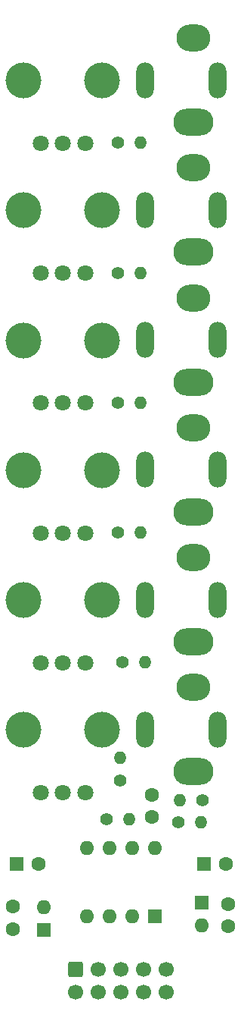
<source format=gts>
%TF.GenerationSoftware,KiCad,Pcbnew,(6.0.1)*%
%TF.CreationDate,2022-11-11T13:21:04-05:00*%
%TF.ProjectId,ER-MIXER5-01,45522d4d-4958-4455-9235-2d30312e6b69,1*%
%TF.SameCoordinates,Original*%
%TF.FileFunction,Soldermask,Top*%
%TF.FilePolarity,Negative*%
%FSLAX46Y46*%
G04 Gerber Fmt 4.6, Leading zero omitted, Abs format (unit mm)*
G04 Created by KiCad (PCBNEW (6.0.1)) date 2022-11-11 13:21:04*
%MOMM*%
%LPD*%
G01*
G04 APERTURE LIST*
G04 Aperture macros list*
%AMRoundRect*
0 Rectangle with rounded corners*
0 $1 Rounding radius*
0 $2 $3 $4 $5 $6 $7 $8 $9 X,Y pos of 4 corners*
0 Add a 4 corners polygon primitive as box body*
4,1,4,$2,$3,$4,$5,$6,$7,$8,$9,$2,$3,0*
0 Add four circle primitives for the rounded corners*
1,1,$1+$1,$2,$3*
1,1,$1+$1,$4,$5*
1,1,$1+$1,$6,$7*
1,1,$1+$1,$8,$9*
0 Add four rect primitives between the rounded corners*
20,1,$1+$1,$2,$3,$4,$5,0*
20,1,$1+$1,$4,$5,$6,$7,0*
20,1,$1+$1,$6,$7,$8,$9,0*
20,1,$1+$1,$8,$9,$2,$3,0*%
G04 Aperture macros list end*
%ADD10C,4.000000*%
%ADD11C,1.800000*%
%ADD12C,1.400000*%
%ADD13O,1.400000X1.400000*%
%ADD14R,1.600000X1.600000*%
%ADD15O,1.600000X1.600000*%
%ADD16O,4.500000X3.000000*%
%ADD17O,3.800000X3.000000*%
%ADD18O,2.000000X4.000000*%
%ADD19C,1.600000*%
%ADD20RoundRect,0.250000X-0.600000X0.600000X-0.600000X-0.600000X0.600000X-0.600000X0.600000X0.600000X0*%
%ADD21C,1.700000*%
G04 APERTURE END LIST*
D10*
%TO.C,RV5*%
X13000000Y-58550000D03*
X4200000Y-58550000D03*
D11*
X11100000Y-65550000D03*
X8600000Y-65550000D03*
X6100000Y-65550000D03*
%TD*%
D12*
%TO.C,R4*%
X14780000Y-65500000D03*
D13*
X17320000Y-65500000D03*
%TD*%
D14*
%TO.C,D2*%
X6500000Y-109883686D03*
D15*
X6500000Y-107343686D03*
%TD*%
D10*
%TO.C,RV1*%
X13000000Y-87550000D03*
X4200000Y-87550000D03*
D11*
X11100000Y-94550000D03*
X8600000Y-94550000D03*
X6100000Y-94550000D03*
%TD*%
D10*
%TO.C,RV3*%
X4200000Y-29550000D03*
X13000000Y-29550000D03*
D11*
X11100000Y-36550000D03*
X8600000Y-36550000D03*
X6100000Y-36550000D03*
%TD*%
D10*
%TO.C,RV6*%
X4200000Y-73050000D03*
X13000000Y-73050000D03*
D11*
X11100000Y-80050000D03*
X8600000Y-80050000D03*
X6100000Y-80050000D03*
%TD*%
D16*
%TO.C,J5*%
X23200000Y-63200000D03*
D17*
X23200000Y-53800000D03*
D18*
X17800000Y-58500000D03*
X25900000Y-58500000D03*
%TD*%
D16*
%TO.C,J6*%
X23200000Y-77700000D03*
D17*
X23200000Y-68300000D03*
D18*
X17800000Y-73000000D03*
X25900000Y-73000000D03*
%TD*%
D12*
%TO.C,R10*%
X15000000Y-93220000D03*
D13*
X15000000Y-90680000D03*
%TD*%
D14*
%TO.C,C3*%
X24384000Y-102500000D03*
D19*
X26884000Y-102500000D03*
%TD*%
D12*
%TO.C,R7*%
X21580000Y-97800000D03*
D13*
X24120000Y-97800000D03*
%TD*%
D19*
%TO.C,C1*%
X27100000Y-106954000D03*
X27100000Y-109454000D03*
%TD*%
D12*
%TO.C,R5*%
X15280000Y-80000000D03*
D13*
X17820000Y-80000000D03*
%TD*%
D16*
%TO.C,J2*%
X23200000Y-19700000D03*
D17*
X23200000Y-10300000D03*
D18*
X17800000Y-15000000D03*
X25900000Y-15000000D03*
%TD*%
D17*
%TO.C,J1*%
X23200000Y-82800000D03*
D16*
X23200000Y-92200000D03*
D18*
X17800000Y-87500000D03*
X25900000Y-87500000D03*
%TD*%
D14*
%TO.C,D1*%
X24130000Y-106778315D03*
D15*
X24130000Y-109318315D03*
%TD*%
D19*
%TO.C,C2*%
X3000000Y-109750000D03*
X3000000Y-107250000D03*
%TD*%
D12*
%TO.C,R8*%
X24220000Y-95400000D03*
D13*
X21680000Y-95400000D03*
%TD*%
D12*
%TO.C,R3*%
X14780000Y-51000000D03*
D13*
X17320000Y-51000000D03*
%TD*%
D12*
%TO.C,R9*%
X13512000Y-97536000D03*
D13*
X16052000Y-97536000D03*
%TD*%
D16*
%TO.C,J4*%
X23200000Y-48700000D03*
D17*
X23200000Y-39300000D03*
D18*
X17800000Y-44000000D03*
X25900000Y-44000000D03*
%TD*%
D10*
%TO.C,RV2*%
X13000000Y-15050000D03*
X4200000Y-15050000D03*
D11*
X11100000Y-22050000D03*
X8600000Y-22050000D03*
X6100000Y-22050000D03*
%TD*%
D12*
%TO.C,R1*%
X14780000Y-22000000D03*
D13*
X17320000Y-22000000D03*
%TD*%
D10*
%TO.C,RV4*%
X13000000Y-44050000D03*
X4200000Y-44050000D03*
D11*
X11100000Y-51050000D03*
X8600000Y-51050000D03*
X6100000Y-51050000D03*
%TD*%
D12*
%TO.C,R2*%
X14780000Y-36500000D03*
D13*
X17320000Y-36500000D03*
%TD*%
D19*
%TO.C,C5*%
X18600001Y-94750001D03*
X18600001Y-97250001D03*
%TD*%
D14*
%TO.C,C4*%
X3394888Y-102500000D03*
D19*
X5894888Y-102500000D03*
%TD*%
D17*
%TO.C,J3*%
X23200000Y-24800000D03*
D16*
X23200000Y-34200000D03*
D18*
X17800000Y-29500000D03*
X25900000Y-29500000D03*
%TD*%
D20*
%TO.C,J8*%
X10020000Y-114247500D03*
D21*
X10020000Y-116787500D03*
X12560000Y-114247500D03*
X12560000Y-116787500D03*
X15100000Y-114247500D03*
X15100000Y-116787500D03*
X17640000Y-114247500D03*
X17640000Y-116787500D03*
X20180000Y-114247500D03*
X20180000Y-116787500D03*
%TD*%
D14*
%TO.C,U1*%
X18900000Y-108300012D03*
D15*
X16360000Y-108300012D03*
X13820000Y-108300012D03*
X11280000Y-108300012D03*
X11280000Y-100680012D03*
X13820000Y-100680012D03*
X16360000Y-100680012D03*
X18900000Y-100680012D03*
%TD*%
M02*

</source>
